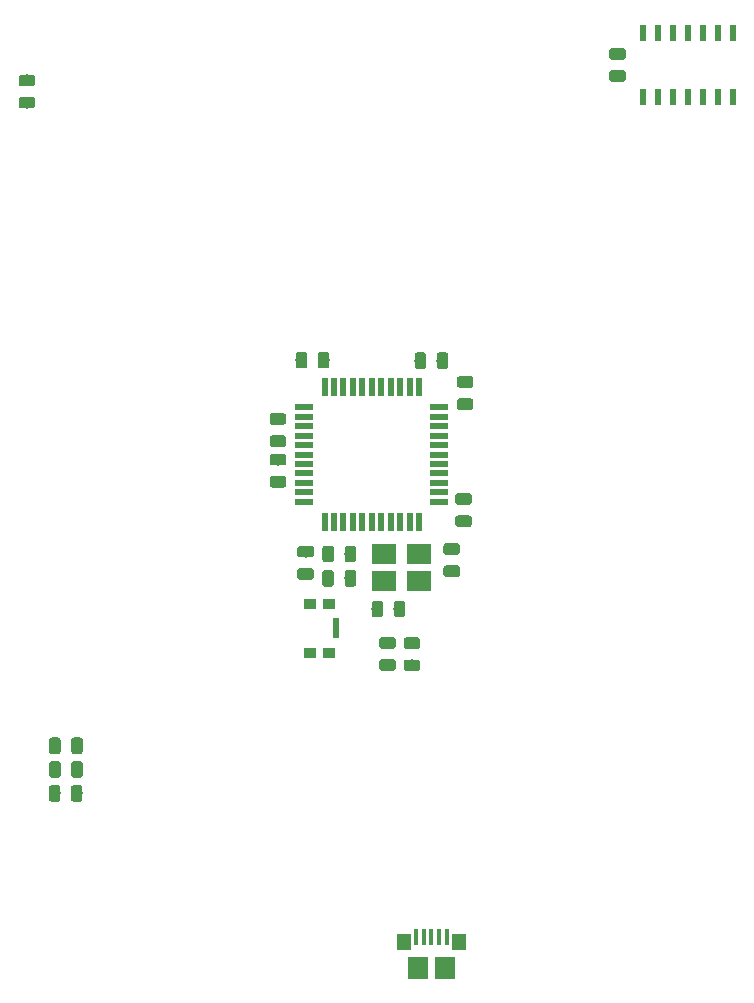
<source format=gbr>
G04 #@! TF.GenerationSoftware,KiCad,Pcbnew,(5.1.4)-1*
G04 #@! TF.CreationDate,2022-06-05T15:27:35-07:00*
G04 #@! TF.ProjectId,Birty,42697274-792e-46b6-9963-61645f706362,rev?*
G04 #@! TF.SameCoordinates,Original*
G04 #@! TF.FileFunction,Paste,Top*
G04 #@! TF.FilePolarity,Positive*
%FSLAX46Y46*%
G04 Gerber Fmt 4.6, Leading zero omitted, Abs format (unit mm)*
G04 Created by KiCad (PCBNEW (5.1.4)-1) date 2022-06-05 15:27:35*
%MOMM*%
%LPD*%
G04 APERTURE LIST*
%ADD10R,0.558800X1.460500*%
%ADD11R,0.550000X1.500000*%
%ADD12R,1.500000X0.550000*%
%ADD13C,0.100000*%
%ADD14C,0.975000*%
%ADD15R,1.150000X1.450000*%
%ADD16R,1.750000X1.900000*%
%ADD17R,0.400000X1.400000*%
%ADD18R,2.100000X1.800000*%
%ADD19R,1.000000X0.900000*%
%ADD20R,0.550000X1.700000*%
G04 APERTURE END LIST*
D10*
X87940000Y-34724150D03*
X89210000Y-34724150D03*
X90480000Y-34724150D03*
X91750000Y-34724150D03*
X93020000Y-34724150D03*
X94290000Y-34724150D03*
X95560000Y-34724150D03*
X95560000Y-29275850D03*
X94290000Y-29275850D03*
X93020000Y-29275850D03*
X91750000Y-29275850D03*
X90480000Y-29275850D03*
X89210000Y-29275850D03*
X87940000Y-29275850D03*
D11*
X60954200Y-59289400D03*
X61754200Y-59289400D03*
X62554200Y-59289400D03*
X63354200Y-59289400D03*
X64154200Y-59289400D03*
X64954200Y-59289400D03*
X65754200Y-59289400D03*
X66554200Y-59289400D03*
X67354200Y-59289400D03*
X68154200Y-59289400D03*
X68954200Y-59289400D03*
D12*
X70654200Y-60989400D03*
X70654200Y-61789400D03*
X70654200Y-62589400D03*
X70654200Y-63389400D03*
X70654200Y-64189400D03*
X70654200Y-64989400D03*
X70654200Y-65789400D03*
X70654200Y-66589400D03*
X70654200Y-67389400D03*
X70654200Y-68189400D03*
X70654200Y-68989400D03*
D11*
X68954200Y-70689400D03*
X68154200Y-70689400D03*
X67354200Y-70689400D03*
X66554200Y-70689400D03*
X65754200Y-70689400D03*
X64954200Y-70689400D03*
X64154200Y-70689400D03*
X63354200Y-70689400D03*
X62554200Y-70689400D03*
X61754200Y-70689400D03*
X60954200Y-70689400D03*
D12*
X59254200Y-68989400D03*
X59254200Y-68189400D03*
X59254200Y-67389400D03*
X59254200Y-66589400D03*
X59254200Y-65789400D03*
X59254200Y-64989400D03*
X59254200Y-64189400D03*
X59254200Y-63389400D03*
X59254200Y-62589400D03*
X59254200Y-61789400D03*
X59254200Y-60989400D03*
D13*
G36*
X38367542Y-92979574D02*
G01*
X38391203Y-92983084D01*
X38414407Y-92988896D01*
X38436929Y-92996954D01*
X38458553Y-93007182D01*
X38479070Y-93019479D01*
X38498283Y-93033729D01*
X38516007Y-93049793D01*
X38532071Y-93067517D01*
X38546321Y-93086730D01*
X38558618Y-93107247D01*
X38568846Y-93128871D01*
X38576904Y-93151393D01*
X38582716Y-93174597D01*
X38586226Y-93198258D01*
X38587400Y-93222150D01*
X38587400Y-94134650D01*
X38586226Y-94158542D01*
X38582716Y-94182203D01*
X38576904Y-94205407D01*
X38568846Y-94227929D01*
X38558618Y-94249553D01*
X38546321Y-94270070D01*
X38532071Y-94289283D01*
X38516007Y-94307007D01*
X38498283Y-94323071D01*
X38479070Y-94337321D01*
X38458553Y-94349618D01*
X38436929Y-94359846D01*
X38414407Y-94367904D01*
X38391203Y-94373716D01*
X38367542Y-94377226D01*
X38343650Y-94378400D01*
X37856150Y-94378400D01*
X37832258Y-94377226D01*
X37808597Y-94373716D01*
X37785393Y-94367904D01*
X37762871Y-94359846D01*
X37741247Y-94349618D01*
X37720730Y-94337321D01*
X37701517Y-94323071D01*
X37683793Y-94307007D01*
X37667729Y-94289283D01*
X37653479Y-94270070D01*
X37641182Y-94249553D01*
X37630954Y-94227929D01*
X37622896Y-94205407D01*
X37617084Y-94182203D01*
X37613574Y-94158542D01*
X37612400Y-94134650D01*
X37612400Y-93222150D01*
X37613574Y-93198258D01*
X37617084Y-93174597D01*
X37622896Y-93151393D01*
X37630954Y-93128871D01*
X37641182Y-93107247D01*
X37653479Y-93086730D01*
X37667729Y-93067517D01*
X37683793Y-93049793D01*
X37701517Y-93033729D01*
X37720730Y-93019479D01*
X37741247Y-93007182D01*
X37762871Y-92996954D01*
X37785393Y-92988896D01*
X37808597Y-92983084D01*
X37832258Y-92979574D01*
X37856150Y-92978400D01*
X38343650Y-92978400D01*
X38367542Y-92979574D01*
X38367542Y-92979574D01*
G37*
D14*
X38099900Y-93678400D03*
D13*
G36*
X40242542Y-92979574D02*
G01*
X40266203Y-92983084D01*
X40289407Y-92988896D01*
X40311929Y-92996954D01*
X40333553Y-93007182D01*
X40354070Y-93019479D01*
X40373283Y-93033729D01*
X40391007Y-93049793D01*
X40407071Y-93067517D01*
X40421321Y-93086730D01*
X40433618Y-93107247D01*
X40443846Y-93128871D01*
X40451904Y-93151393D01*
X40457716Y-93174597D01*
X40461226Y-93198258D01*
X40462400Y-93222150D01*
X40462400Y-94134650D01*
X40461226Y-94158542D01*
X40457716Y-94182203D01*
X40451904Y-94205407D01*
X40443846Y-94227929D01*
X40433618Y-94249553D01*
X40421321Y-94270070D01*
X40407071Y-94289283D01*
X40391007Y-94307007D01*
X40373283Y-94323071D01*
X40354070Y-94337321D01*
X40333553Y-94349618D01*
X40311929Y-94359846D01*
X40289407Y-94367904D01*
X40266203Y-94373716D01*
X40242542Y-94377226D01*
X40218650Y-94378400D01*
X39731150Y-94378400D01*
X39707258Y-94377226D01*
X39683597Y-94373716D01*
X39660393Y-94367904D01*
X39637871Y-94359846D01*
X39616247Y-94349618D01*
X39595730Y-94337321D01*
X39576517Y-94323071D01*
X39558793Y-94307007D01*
X39542729Y-94289283D01*
X39528479Y-94270070D01*
X39516182Y-94249553D01*
X39505954Y-94227929D01*
X39497896Y-94205407D01*
X39492084Y-94182203D01*
X39488574Y-94158542D01*
X39487400Y-94134650D01*
X39487400Y-93222150D01*
X39488574Y-93198258D01*
X39492084Y-93174597D01*
X39497896Y-93151393D01*
X39505954Y-93128871D01*
X39516182Y-93107247D01*
X39528479Y-93086730D01*
X39542729Y-93067517D01*
X39558793Y-93049793D01*
X39576517Y-93033729D01*
X39595730Y-93019479D01*
X39616247Y-93007182D01*
X39637871Y-92996954D01*
X39660393Y-92988896D01*
X39683597Y-92983084D01*
X39707258Y-92979574D01*
X39731150Y-92978400D01*
X40218650Y-92978400D01*
X40242542Y-92979574D01*
X40242542Y-92979574D01*
G37*
D14*
X39974900Y-93678400D03*
D13*
G36*
X36230142Y-34701174D02*
G01*
X36253803Y-34704684D01*
X36277007Y-34710496D01*
X36299529Y-34718554D01*
X36321153Y-34728782D01*
X36341670Y-34741079D01*
X36360883Y-34755329D01*
X36378607Y-34771393D01*
X36394671Y-34789117D01*
X36408921Y-34808330D01*
X36421218Y-34828847D01*
X36431446Y-34850471D01*
X36439504Y-34872993D01*
X36445316Y-34896197D01*
X36448826Y-34919858D01*
X36450000Y-34943750D01*
X36450000Y-35431250D01*
X36448826Y-35455142D01*
X36445316Y-35478803D01*
X36439504Y-35502007D01*
X36431446Y-35524529D01*
X36421218Y-35546153D01*
X36408921Y-35566670D01*
X36394671Y-35585883D01*
X36378607Y-35603607D01*
X36360883Y-35619671D01*
X36341670Y-35633921D01*
X36321153Y-35646218D01*
X36299529Y-35656446D01*
X36277007Y-35664504D01*
X36253803Y-35670316D01*
X36230142Y-35673826D01*
X36206250Y-35675000D01*
X35293750Y-35675000D01*
X35269858Y-35673826D01*
X35246197Y-35670316D01*
X35222993Y-35664504D01*
X35200471Y-35656446D01*
X35178847Y-35646218D01*
X35158330Y-35633921D01*
X35139117Y-35619671D01*
X35121393Y-35603607D01*
X35105329Y-35585883D01*
X35091079Y-35566670D01*
X35078782Y-35546153D01*
X35068554Y-35524529D01*
X35060496Y-35502007D01*
X35054684Y-35478803D01*
X35051174Y-35455142D01*
X35050000Y-35431250D01*
X35050000Y-34943750D01*
X35051174Y-34919858D01*
X35054684Y-34896197D01*
X35060496Y-34872993D01*
X35068554Y-34850471D01*
X35078782Y-34828847D01*
X35091079Y-34808330D01*
X35105329Y-34789117D01*
X35121393Y-34771393D01*
X35139117Y-34755329D01*
X35158330Y-34741079D01*
X35178847Y-34728782D01*
X35200471Y-34718554D01*
X35222993Y-34710496D01*
X35246197Y-34704684D01*
X35269858Y-34701174D01*
X35293750Y-34700000D01*
X36206250Y-34700000D01*
X36230142Y-34701174D01*
X36230142Y-34701174D01*
G37*
D14*
X35750000Y-35187500D03*
D13*
G36*
X36230142Y-32826174D02*
G01*
X36253803Y-32829684D01*
X36277007Y-32835496D01*
X36299529Y-32843554D01*
X36321153Y-32853782D01*
X36341670Y-32866079D01*
X36360883Y-32880329D01*
X36378607Y-32896393D01*
X36394671Y-32914117D01*
X36408921Y-32933330D01*
X36421218Y-32953847D01*
X36431446Y-32975471D01*
X36439504Y-32997993D01*
X36445316Y-33021197D01*
X36448826Y-33044858D01*
X36450000Y-33068750D01*
X36450000Y-33556250D01*
X36448826Y-33580142D01*
X36445316Y-33603803D01*
X36439504Y-33627007D01*
X36431446Y-33649529D01*
X36421218Y-33671153D01*
X36408921Y-33691670D01*
X36394671Y-33710883D01*
X36378607Y-33728607D01*
X36360883Y-33744671D01*
X36341670Y-33758921D01*
X36321153Y-33771218D01*
X36299529Y-33781446D01*
X36277007Y-33789504D01*
X36253803Y-33795316D01*
X36230142Y-33798826D01*
X36206250Y-33800000D01*
X35293750Y-33800000D01*
X35269858Y-33798826D01*
X35246197Y-33795316D01*
X35222993Y-33789504D01*
X35200471Y-33781446D01*
X35178847Y-33771218D01*
X35158330Y-33758921D01*
X35139117Y-33744671D01*
X35121393Y-33728607D01*
X35105329Y-33710883D01*
X35091079Y-33691670D01*
X35078782Y-33671153D01*
X35068554Y-33649529D01*
X35060496Y-33627007D01*
X35054684Y-33603803D01*
X35051174Y-33580142D01*
X35050000Y-33556250D01*
X35050000Y-33068750D01*
X35051174Y-33044858D01*
X35054684Y-33021197D01*
X35060496Y-32997993D01*
X35068554Y-32975471D01*
X35078782Y-32953847D01*
X35091079Y-32933330D01*
X35105329Y-32914117D01*
X35121393Y-32896393D01*
X35139117Y-32880329D01*
X35158330Y-32866079D01*
X35178847Y-32853782D01*
X35200471Y-32843554D01*
X35222993Y-32835496D01*
X35246197Y-32829684D01*
X35269858Y-32826174D01*
X35293750Y-32825000D01*
X36206250Y-32825000D01*
X36230142Y-32826174D01*
X36230142Y-32826174D01*
G37*
D14*
X35750000Y-33312500D03*
D15*
X67680000Y-106220000D03*
X72320000Y-106220000D03*
D16*
X68875000Y-108450000D03*
D17*
X70000000Y-105800000D03*
X70650000Y-105800000D03*
X71300000Y-105800000D03*
X68700000Y-105800000D03*
X69350000Y-105800000D03*
D16*
X71125000Y-108450000D03*
D13*
G36*
X40267942Y-88940974D02*
G01*
X40291603Y-88944484D01*
X40314807Y-88950296D01*
X40337329Y-88958354D01*
X40358953Y-88968582D01*
X40379470Y-88980879D01*
X40398683Y-88995129D01*
X40416407Y-89011193D01*
X40432471Y-89028917D01*
X40446721Y-89048130D01*
X40459018Y-89068647D01*
X40469246Y-89090271D01*
X40477304Y-89112793D01*
X40483116Y-89135997D01*
X40486626Y-89159658D01*
X40487800Y-89183550D01*
X40487800Y-90096050D01*
X40486626Y-90119942D01*
X40483116Y-90143603D01*
X40477304Y-90166807D01*
X40469246Y-90189329D01*
X40459018Y-90210953D01*
X40446721Y-90231470D01*
X40432471Y-90250683D01*
X40416407Y-90268407D01*
X40398683Y-90284471D01*
X40379470Y-90298721D01*
X40358953Y-90311018D01*
X40337329Y-90321246D01*
X40314807Y-90329304D01*
X40291603Y-90335116D01*
X40267942Y-90338626D01*
X40244050Y-90339800D01*
X39756550Y-90339800D01*
X39732658Y-90338626D01*
X39708997Y-90335116D01*
X39685793Y-90329304D01*
X39663271Y-90321246D01*
X39641647Y-90311018D01*
X39621130Y-90298721D01*
X39601917Y-90284471D01*
X39584193Y-90268407D01*
X39568129Y-90250683D01*
X39553879Y-90231470D01*
X39541582Y-90210953D01*
X39531354Y-90189329D01*
X39523296Y-90166807D01*
X39517484Y-90143603D01*
X39513974Y-90119942D01*
X39512800Y-90096050D01*
X39512800Y-89183550D01*
X39513974Y-89159658D01*
X39517484Y-89135997D01*
X39523296Y-89112793D01*
X39531354Y-89090271D01*
X39541582Y-89068647D01*
X39553879Y-89048130D01*
X39568129Y-89028917D01*
X39584193Y-89011193D01*
X39601917Y-88995129D01*
X39621130Y-88980879D01*
X39641647Y-88968582D01*
X39663271Y-88958354D01*
X39685793Y-88950296D01*
X39708997Y-88944484D01*
X39732658Y-88940974D01*
X39756550Y-88939800D01*
X40244050Y-88939800D01*
X40267942Y-88940974D01*
X40267942Y-88940974D01*
G37*
D14*
X40000300Y-89639800D03*
D13*
G36*
X38392942Y-88940974D02*
G01*
X38416603Y-88944484D01*
X38439807Y-88950296D01*
X38462329Y-88958354D01*
X38483953Y-88968582D01*
X38504470Y-88980879D01*
X38523683Y-88995129D01*
X38541407Y-89011193D01*
X38557471Y-89028917D01*
X38571721Y-89048130D01*
X38584018Y-89068647D01*
X38594246Y-89090271D01*
X38602304Y-89112793D01*
X38608116Y-89135997D01*
X38611626Y-89159658D01*
X38612800Y-89183550D01*
X38612800Y-90096050D01*
X38611626Y-90119942D01*
X38608116Y-90143603D01*
X38602304Y-90166807D01*
X38594246Y-90189329D01*
X38584018Y-90210953D01*
X38571721Y-90231470D01*
X38557471Y-90250683D01*
X38541407Y-90268407D01*
X38523683Y-90284471D01*
X38504470Y-90298721D01*
X38483953Y-90311018D01*
X38462329Y-90321246D01*
X38439807Y-90329304D01*
X38416603Y-90335116D01*
X38392942Y-90338626D01*
X38369050Y-90339800D01*
X37881550Y-90339800D01*
X37857658Y-90338626D01*
X37833997Y-90335116D01*
X37810793Y-90329304D01*
X37788271Y-90321246D01*
X37766647Y-90311018D01*
X37746130Y-90298721D01*
X37726917Y-90284471D01*
X37709193Y-90268407D01*
X37693129Y-90250683D01*
X37678879Y-90231470D01*
X37666582Y-90210953D01*
X37656354Y-90189329D01*
X37648296Y-90166807D01*
X37642484Y-90143603D01*
X37638974Y-90119942D01*
X37637800Y-90096050D01*
X37637800Y-89183550D01*
X37638974Y-89159658D01*
X37642484Y-89135997D01*
X37648296Y-89112793D01*
X37656354Y-89090271D01*
X37666582Y-89068647D01*
X37678879Y-89048130D01*
X37693129Y-89028917D01*
X37709193Y-89011193D01*
X37726917Y-88995129D01*
X37746130Y-88980879D01*
X37766647Y-88968582D01*
X37788271Y-88958354D01*
X37810793Y-88950296D01*
X37833997Y-88944484D01*
X37857658Y-88940974D01*
X37881550Y-88939800D01*
X38369050Y-88939800D01*
X38392942Y-88940974D01*
X38392942Y-88940974D01*
G37*
D14*
X38125300Y-89639800D03*
D13*
G36*
X63404642Y-74771374D02*
G01*
X63428303Y-74774884D01*
X63451507Y-74780696D01*
X63474029Y-74788754D01*
X63495653Y-74798982D01*
X63516170Y-74811279D01*
X63535383Y-74825529D01*
X63553107Y-74841593D01*
X63569171Y-74859317D01*
X63583421Y-74878530D01*
X63595718Y-74899047D01*
X63605946Y-74920671D01*
X63614004Y-74943193D01*
X63619816Y-74966397D01*
X63623326Y-74990058D01*
X63624500Y-75013950D01*
X63624500Y-75926450D01*
X63623326Y-75950342D01*
X63619816Y-75974003D01*
X63614004Y-75997207D01*
X63605946Y-76019729D01*
X63595718Y-76041353D01*
X63583421Y-76061870D01*
X63569171Y-76081083D01*
X63553107Y-76098807D01*
X63535383Y-76114871D01*
X63516170Y-76129121D01*
X63495653Y-76141418D01*
X63474029Y-76151646D01*
X63451507Y-76159704D01*
X63428303Y-76165516D01*
X63404642Y-76169026D01*
X63380750Y-76170200D01*
X62893250Y-76170200D01*
X62869358Y-76169026D01*
X62845697Y-76165516D01*
X62822493Y-76159704D01*
X62799971Y-76151646D01*
X62778347Y-76141418D01*
X62757830Y-76129121D01*
X62738617Y-76114871D01*
X62720893Y-76098807D01*
X62704829Y-76081083D01*
X62690579Y-76061870D01*
X62678282Y-76041353D01*
X62668054Y-76019729D01*
X62659996Y-75997207D01*
X62654184Y-75974003D01*
X62650674Y-75950342D01*
X62649500Y-75926450D01*
X62649500Y-75013950D01*
X62650674Y-74990058D01*
X62654184Y-74966397D01*
X62659996Y-74943193D01*
X62668054Y-74920671D01*
X62678282Y-74899047D01*
X62690579Y-74878530D01*
X62704829Y-74859317D01*
X62720893Y-74841593D01*
X62738617Y-74825529D01*
X62757830Y-74811279D01*
X62778347Y-74798982D01*
X62799971Y-74788754D01*
X62822493Y-74780696D01*
X62845697Y-74774884D01*
X62869358Y-74771374D01*
X62893250Y-74770200D01*
X63380750Y-74770200D01*
X63404642Y-74771374D01*
X63404642Y-74771374D01*
G37*
D14*
X63137000Y-75470200D03*
D13*
G36*
X61529642Y-74771374D02*
G01*
X61553303Y-74774884D01*
X61576507Y-74780696D01*
X61599029Y-74788754D01*
X61620653Y-74798982D01*
X61641170Y-74811279D01*
X61660383Y-74825529D01*
X61678107Y-74841593D01*
X61694171Y-74859317D01*
X61708421Y-74878530D01*
X61720718Y-74899047D01*
X61730946Y-74920671D01*
X61739004Y-74943193D01*
X61744816Y-74966397D01*
X61748326Y-74990058D01*
X61749500Y-75013950D01*
X61749500Y-75926450D01*
X61748326Y-75950342D01*
X61744816Y-75974003D01*
X61739004Y-75997207D01*
X61730946Y-76019729D01*
X61720718Y-76041353D01*
X61708421Y-76061870D01*
X61694171Y-76081083D01*
X61678107Y-76098807D01*
X61660383Y-76114871D01*
X61641170Y-76129121D01*
X61620653Y-76141418D01*
X61599029Y-76151646D01*
X61576507Y-76159704D01*
X61553303Y-76165516D01*
X61529642Y-76169026D01*
X61505750Y-76170200D01*
X61018250Y-76170200D01*
X60994358Y-76169026D01*
X60970697Y-76165516D01*
X60947493Y-76159704D01*
X60924971Y-76151646D01*
X60903347Y-76141418D01*
X60882830Y-76129121D01*
X60863617Y-76114871D01*
X60845893Y-76098807D01*
X60829829Y-76081083D01*
X60815579Y-76061870D01*
X60803282Y-76041353D01*
X60793054Y-76019729D01*
X60784996Y-75997207D01*
X60779184Y-75974003D01*
X60775674Y-75950342D01*
X60774500Y-75926450D01*
X60774500Y-75013950D01*
X60775674Y-74990058D01*
X60779184Y-74966397D01*
X60784996Y-74943193D01*
X60793054Y-74920671D01*
X60803282Y-74899047D01*
X60815579Y-74878530D01*
X60829829Y-74859317D01*
X60845893Y-74841593D01*
X60863617Y-74825529D01*
X60882830Y-74811279D01*
X60903347Y-74798982D01*
X60924971Y-74788754D01*
X60947493Y-74780696D01*
X60970697Y-74774884D01*
X60994358Y-74771374D01*
X61018250Y-74770200D01*
X61505750Y-74770200D01*
X61529642Y-74771374D01*
X61529642Y-74771374D01*
G37*
D14*
X61262000Y-75470200D03*
D18*
X68930400Y-75680400D03*
X66030400Y-75680400D03*
X66030400Y-73380400D03*
X68930400Y-73380400D03*
D19*
X61295400Y-81762000D03*
X59695400Y-81762000D03*
X59695400Y-77662000D03*
X61295400Y-77662000D03*
D20*
X61920400Y-79712000D03*
D13*
G36*
X38392942Y-90947574D02*
G01*
X38416603Y-90951084D01*
X38439807Y-90956896D01*
X38462329Y-90964954D01*
X38483953Y-90975182D01*
X38504470Y-90987479D01*
X38523683Y-91001729D01*
X38541407Y-91017793D01*
X38557471Y-91035517D01*
X38571721Y-91054730D01*
X38584018Y-91075247D01*
X38594246Y-91096871D01*
X38602304Y-91119393D01*
X38608116Y-91142597D01*
X38611626Y-91166258D01*
X38612800Y-91190150D01*
X38612800Y-92102650D01*
X38611626Y-92126542D01*
X38608116Y-92150203D01*
X38602304Y-92173407D01*
X38594246Y-92195929D01*
X38584018Y-92217553D01*
X38571721Y-92238070D01*
X38557471Y-92257283D01*
X38541407Y-92275007D01*
X38523683Y-92291071D01*
X38504470Y-92305321D01*
X38483953Y-92317618D01*
X38462329Y-92327846D01*
X38439807Y-92335904D01*
X38416603Y-92341716D01*
X38392942Y-92345226D01*
X38369050Y-92346400D01*
X37881550Y-92346400D01*
X37857658Y-92345226D01*
X37833997Y-92341716D01*
X37810793Y-92335904D01*
X37788271Y-92327846D01*
X37766647Y-92317618D01*
X37746130Y-92305321D01*
X37726917Y-92291071D01*
X37709193Y-92275007D01*
X37693129Y-92257283D01*
X37678879Y-92238070D01*
X37666582Y-92217553D01*
X37656354Y-92195929D01*
X37648296Y-92173407D01*
X37642484Y-92150203D01*
X37638974Y-92126542D01*
X37637800Y-92102650D01*
X37637800Y-91190150D01*
X37638974Y-91166258D01*
X37642484Y-91142597D01*
X37648296Y-91119393D01*
X37656354Y-91096871D01*
X37666582Y-91075247D01*
X37678879Y-91054730D01*
X37693129Y-91035517D01*
X37709193Y-91017793D01*
X37726917Y-91001729D01*
X37746130Y-90987479D01*
X37766647Y-90975182D01*
X37788271Y-90964954D01*
X37810793Y-90956896D01*
X37833997Y-90951084D01*
X37857658Y-90947574D01*
X37881550Y-90946400D01*
X38369050Y-90946400D01*
X38392942Y-90947574D01*
X38392942Y-90947574D01*
G37*
D14*
X38125300Y-91646400D03*
D13*
G36*
X40267942Y-90947574D02*
G01*
X40291603Y-90951084D01*
X40314807Y-90956896D01*
X40337329Y-90964954D01*
X40358953Y-90975182D01*
X40379470Y-90987479D01*
X40398683Y-91001729D01*
X40416407Y-91017793D01*
X40432471Y-91035517D01*
X40446721Y-91054730D01*
X40459018Y-91075247D01*
X40469246Y-91096871D01*
X40477304Y-91119393D01*
X40483116Y-91142597D01*
X40486626Y-91166258D01*
X40487800Y-91190150D01*
X40487800Y-92102650D01*
X40486626Y-92126542D01*
X40483116Y-92150203D01*
X40477304Y-92173407D01*
X40469246Y-92195929D01*
X40459018Y-92217553D01*
X40446721Y-92238070D01*
X40432471Y-92257283D01*
X40416407Y-92275007D01*
X40398683Y-92291071D01*
X40379470Y-92305321D01*
X40358953Y-92317618D01*
X40337329Y-92327846D01*
X40314807Y-92335904D01*
X40291603Y-92341716D01*
X40267942Y-92345226D01*
X40244050Y-92346400D01*
X39756550Y-92346400D01*
X39732658Y-92345226D01*
X39708997Y-92341716D01*
X39685793Y-92335904D01*
X39663271Y-92327846D01*
X39641647Y-92317618D01*
X39621130Y-92305321D01*
X39601917Y-92291071D01*
X39584193Y-92275007D01*
X39568129Y-92257283D01*
X39553879Y-92238070D01*
X39541582Y-92217553D01*
X39531354Y-92195929D01*
X39523296Y-92173407D01*
X39517484Y-92150203D01*
X39513974Y-92126542D01*
X39512800Y-92102650D01*
X39512800Y-91190150D01*
X39513974Y-91166258D01*
X39517484Y-91142597D01*
X39523296Y-91119393D01*
X39531354Y-91096871D01*
X39541582Y-91075247D01*
X39553879Y-91054730D01*
X39568129Y-91035517D01*
X39584193Y-91017793D01*
X39601917Y-91001729D01*
X39621130Y-90987479D01*
X39641647Y-90975182D01*
X39663271Y-90964954D01*
X39685793Y-90956896D01*
X39708997Y-90951084D01*
X39732658Y-90947574D01*
X39756550Y-90946400D01*
X40244050Y-90946400D01*
X40267942Y-90947574D01*
X40267942Y-90947574D01*
G37*
D14*
X40000300Y-91646400D03*
D13*
G36*
X73345342Y-60226474D02*
G01*
X73369003Y-60229984D01*
X73392207Y-60235796D01*
X73414729Y-60243854D01*
X73436353Y-60254082D01*
X73456870Y-60266379D01*
X73476083Y-60280629D01*
X73493807Y-60296693D01*
X73509871Y-60314417D01*
X73524121Y-60333630D01*
X73536418Y-60354147D01*
X73546646Y-60375771D01*
X73554704Y-60398293D01*
X73560516Y-60421497D01*
X73564026Y-60445158D01*
X73565200Y-60469050D01*
X73565200Y-60956550D01*
X73564026Y-60980442D01*
X73560516Y-61004103D01*
X73554704Y-61027307D01*
X73546646Y-61049829D01*
X73536418Y-61071453D01*
X73524121Y-61091970D01*
X73509871Y-61111183D01*
X73493807Y-61128907D01*
X73476083Y-61144971D01*
X73456870Y-61159221D01*
X73436353Y-61171518D01*
X73414729Y-61181746D01*
X73392207Y-61189804D01*
X73369003Y-61195616D01*
X73345342Y-61199126D01*
X73321450Y-61200300D01*
X72408950Y-61200300D01*
X72385058Y-61199126D01*
X72361397Y-61195616D01*
X72338193Y-61189804D01*
X72315671Y-61181746D01*
X72294047Y-61171518D01*
X72273530Y-61159221D01*
X72254317Y-61144971D01*
X72236593Y-61128907D01*
X72220529Y-61111183D01*
X72206279Y-61091970D01*
X72193982Y-61071453D01*
X72183754Y-61049829D01*
X72175696Y-61027307D01*
X72169884Y-61004103D01*
X72166374Y-60980442D01*
X72165200Y-60956550D01*
X72165200Y-60469050D01*
X72166374Y-60445158D01*
X72169884Y-60421497D01*
X72175696Y-60398293D01*
X72183754Y-60375771D01*
X72193982Y-60354147D01*
X72206279Y-60333630D01*
X72220529Y-60314417D01*
X72236593Y-60296693D01*
X72254317Y-60280629D01*
X72273530Y-60266379D01*
X72294047Y-60254082D01*
X72315671Y-60243854D01*
X72338193Y-60235796D01*
X72361397Y-60229984D01*
X72385058Y-60226474D01*
X72408950Y-60225300D01*
X73321450Y-60225300D01*
X73345342Y-60226474D01*
X73345342Y-60226474D01*
G37*
D14*
X72865200Y-60712800D03*
D13*
G36*
X73345342Y-58351474D02*
G01*
X73369003Y-58354984D01*
X73392207Y-58360796D01*
X73414729Y-58368854D01*
X73436353Y-58379082D01*
X73456870Y-58391379D01*
X73476083Y-58405629D01*
X73493807Y-58421693D01*
X73509871Y-58439417D01*
X73524121Y-58458630D01*
X73536418Y-58479147D01*
X73546646Y-58500771D01*
X73554704Y-58523293D01*
X73560516Y-58546497D01*
X73564026Y-58570158D01*
X73565200Y-58594050D01*
X73565200Y-59081550D01*
X73564026Y-59105442D01*
X73560516Y-59129103D01*
X73554704Y-59152307D01*
X73546646Y-59174829D01*
X73536418Y-59196453D01*
X73524121Y-59216970D01*
X73509871Y-59236183D01*
X73493807Y-59253907D01*
X73476083Y-59269971D01*
X73456870Y-59284221D01*
X73436353Y-59296518D01*
X73414729Y-59306746D01*
X73392207Y-59314804D01*
X73369003Y-59320616D01*
X73345342Y-59324126D01*
X73321450Y-59325300D01*
X72408950Y-59325300D01*
X72385058Y-59324126D01*
X72361397Y-59320616D01*
X72338193Y-59314804D01*
X72315671Y-59306746D01*
X72294047Y-59296518D01*
X72273530Y-59284221D01*
X72254317Y-59269971D01*
X72236593Y-59253907D01*
X72220529Y-59236183D01*
X72206279Y-59216970D01*
X72193982Y-59196453D01*
X72183754Y-59174829D01*
X72175696Y-59152307D01*
X72169884Y-59129103D01*
X72166374Y-59105442D01*
X72165200Y-59081550D01*
X72165200Y-58594050D01*
X72166374Y-58570158D01*
X72169884Y-58546497D01*
X72175696Y-58523293D01*
X72183754Y-58500771D01*
X72193982Y-58479147D01*
X72206279Y-58458630D01*
X72220529Y-58439417D01*
X72236593Y-58421693D01*
X72254317Y-58405629D01*
X72273530Y-58391379D01*
X72294047Y-58379082D01*
X72315671Y-58368854D01*
X72338193Y-58360796D01*
X72361397Y-58354984D01*
X72385058Y-58351474D01*
X72408950Y-58350300D01*
X73321450Y-58350300D01*
X73345342Y-58351474D01*
X73345342Y-58351474D01*
G37*
D14*
X72865200Y-58837800D03*
D13*
G36*
X59832542Y-72725574D02*
G01*
X59856203Y-72729084D01*
X59879407Y-72734896D01*
X59901929Y-72742954D01*
X59923553Y-72753182D01*
X59944070Y-72765479D01*
X59963283Y-72779729D01*
X59981007Y-72795793D01*
X59997071Y-72813517D01*
X60011321Y-72832730D01*
X60023618Y-72853247D01*
X60033846Y-72874871D01*
X60041904Y-72897393D01*
X60047716Y-72920597D01*
X60051226Y-72944258D01*
X60052400Y-72968150D01*
X60052400Y-73455650D01*
X60051226Y-73479542D01*
X60047716Y-73503203D01*
X60041904Y-73526407D01*
X60033846Y-73548929D01*
X60023618Y-73570553D01*
X60011321Y-73591070D01*
X59997071Y-73610283D01*
X59981007Y-73628007D01*
X59963283Y-73644071D01*
X59944070Y-73658321D01*
X59923553Y-73670618D01*
X59901929Y-73680846D01*
X59879407Y-73688904D01*
X59856203Y-73694716D01*
X59832542Y-73698226D01*
X59808650Y-73699400D01*
X58896150Y-73699400D01*
X58872258Y-73698226D01*
X58848597Y-73694716D01*
X58825393Y-73688904D01*
X58802871Y-73680846D01*
X58781247Y-73670618D01*
X58760730Y-73658321D01*
X58741517Y-73644071D01*
X58723793Y-73628007D01*
X58707729Y-73610283D01*
X58693479Y-73591070D01*
X58681182Y-73570553D01*
X58670954Y-73548929D01*
X58662896Y-73526407D01*
X58657084Y-73503203D01*
X58653574Y-73479542D01*
X58652400Y-73455650D01*
X58652400Y-72968150D01*
X58653574Y-72944258D01*
X58657084Y-72920597D01*
X58662896Y-72897393D01*
X58670954Y-72874871D01*
X58681182Y-72853247D01*
X58693479Y-72832730D01*
X58707729Y-72813517D01*
X58723793Y-72795793D01*
X58741517Y-72779729D01*
X58760730Y-72765479D01*
X58781247Y-72753182D01*
X58802871Y-72742954D01*
X58825393Y-72734896D01*
X58848597Y-72729084D01*
X58872258Y-72725574D01*
X58896150Y-72724400D01*
X59808650Y-72724400D01*
X59832542Y-72725574D01*
X59832542Y-72725574D01*
G37*
D14*
X59352400Y-73211900D03*
D13*
G36*
X59832542Y-74600574D02*
G01*
X59856203Y-74604084D01*
X59879407Y-74609896D01*
X59901929Y-74617954D01*
X59923553Y-74628182D01*
X59944070Y-74640479D01*
X59963283Y-74654729D01*
X59981007Y-74670793D01*
X59997071Y-74688517D01*
X60011321Y-74707730D01*
X60023618Y-74728247D01*
X60033846Y-74749871D01*
X60041904Y-74772393D01*
X60047716Y-74795597D01*
X60051226Y-74819258D01*
X60052400Y-74843150D01*
X60052400Y-75330650D01*
X60051226Y-75354542D01*
X60047716Y-75378203D01*
X60041904Y-75401407D01*
X60033846Y-75423929D01*
X60023618Y-75445553D01*
X60011321Y-75466070D01*
X59997071Y-75485283D01*
X59981007Y-75503007D01*
X59963283Y-75519071D01*
X59944070Y-75533321D01*
X59923553Y-75545618D01*
X59901929Y-75555846D01*
X59879407Y-75563904D01*
X59856203Y-75569716D01*
X59832542Y-75573226D01*
X59808650Y-75574400D01*
X58896150Y-75574400D01*
X58872258Y-75573226D01*
X58848597Y-75569716D01*
X58825393Y-75563904D01*
X58802871Y-75555846D01*
X58781247Y-75545618D01*
X58760730Y-75533321D01*
X58741517Y-75519071D01*
X58723793Y-75503007D01*
X58707729Y-75485283D01*
X58693479Y-75466070D01*
X58681182Y-75445553D01*
X58670954Y-75423929D01*
X58662896Y-75401407D01*
X58657084Y-75378203D01*
X58653574Y-75354542D01*
X58652400Y-75330650D01*
X58652400Y-74843150D01*
X58653574Y-74819258D01*
X58657084Y-74795597D01*
X58662896Y-74772393D01*
X58670954Y-74749871D01*
X58681182Y-74728247D01*
X58693479Y-74707730D01*
X58707729Y-74688517D01*
X58723793Y-74670793D01*
X58741517Y-74654729D01*
X58760730Y-74640479D01*
X58781247Y-74628182D01*
X58802871Y-74617954D01*
X58825393Y-74609896D01*
X58848597Y-74604084D01*
X58872258Y-74600574D01*
X58896150Y-74599400D01*
X59808650Y-74599400D01*
X59832542Y-74600574D01*
X59832542Y-74600574D01*
G37*
D14*
X59352400Y-75086900D03*
D13*
G36*
X66766742Y-82324474D02*
G01*
X66790403Y-82327984D01*
X66813607Y-82333796D01*
X66836129Y-82341854D01*
X66857753Y-82352082D01*
X66878270Y-82364379D01*
X66897483Y-82378629D01*
X66915207Y-82394693D01*
X66931271Y-82412417D01*
X66945521Y-82431630D01*
X66957818Y-82452147D01*
X66968046Y-82473771D01*
X66976104Y-82496293D01*
X66981916Y-82519497D01*
X66985426Y-82543158D01*
X66986600Y-82567050D01*
X66986600Y-83054550D01*
X66985426Y-83078442D01*
X66981916Y-83102103D01*
X66976104Y-83125307D01*
X66968046Y-83147829D01*
X66957818Y-83169453D01*
X66945521Y-83189970D01*
X66931271Y-83209183D01*
X66915207Y-83226907D01*
X66897483Y-83242971D01*
X66878270Y-83257221D01*
X66857753Y-83269518D01*
X66836129Y-83279746D01*
X66813607Y-83287804D01*
X66790403Y-83293616D01*
X66766742Y-83297126D01*
X66742850Y-83298300D01*
X65830350Y-83298300D01*
X65806458Y-83297126D01*
X65782797Y-83293616D01*
X65759593Y-83287804D01*
X65737071Y-83279746D01*
X65715447Y-83269518D01*
X65694930Y-83257221D01*
X65675717Y-83242971D01*
X65657993Y-83226907D01*
X65641929Y-83209183D01*
X65627679Y-83189970D01*
X65615382Y-83169453D01*
X65605154Y-83147829D01*
X65597096Y-83125307D01*
X65591284Y-83102103D01*
X65587774Y-83078442D01*
X65586600Y-83054550D01*
X65586600Y-82567050D01*
X65587774Y-82543158D01*
X65591284Y-82519497D01*
X65597096Y-82496293D01*
X65605154Y-82473771D01*
X65615382Y-82452147D01*
X65627679Y-82431630D01*
X65641929Y-82412417D01*
X65657993Y-82394693D01*
X65675717Y-82378629D01*
X65694930Y-82364379D01*
X65715447Y-82352082D01*
X65737071Y-82341854D01*
X65759593Y-82333796D01*
X65782797Y-82327984D01*
X65806458Y-82324474D01*
X65830350Y-82323300D01*
X66742850Y-82323300D01*
X66766742Y-82324474D01*
X66766742Y-82324474D01*
G37*
D14*
X66286600Y-82810800D03*
D13*
G36*
X66766742Y-80449474D02*
G01*
X66790403Y-80452984D01*
X66813607Y-80458796D01*
X66836129Y-80466854D01*
X66857753Y-80477082D01*
X66878270Y-80489379D01*
X66897483Y-80503629D01*
X66915207Y-80519693D01*
X66931271Y-80537417D01*
X66945521Y-80556630D01*
X66957818Y-80577147D01*
X66968046Y-80598771D01*
X66976104Y-80621293D01*
X66981916Y-80644497D01*
X66985426Y-80668158D01*
X66986600Y-80692050D01*
X66986600Y-81179550D01*
X66985426Y-81203442D01*
X66981916Y-81227103D01*
X66976104Y-81250307D01*
X66968046Y-81272829D01*
X66957818Y-81294453D01*
X66945521Y-81314970D01*
X66931271Y-81334183D01*
X66915207Y-81351907D01*
X66897483Y-81367971D01*
X66878270Y-81382221D01*
X66857753Y-81394518D01*
X66836129Y-81404746D01*
X66813607Y-81412804D01*
X66790403Y-81418616D01*
X66766742Y-81422126D01*
X66742850Y-81423300D01*
X65830350Y-81423300D01*
X65806458Y-81422126D01*
X65782797Y-81418616D01*
X65759593Y-81412804D01*
X65737071Y-81404746D01*
X65715447Y-81394518D01*
X65694930Y-81382221D01*
X65675717Y-81367971D01*
X65657993Y-81351907D01*
X65641929Y-81334183D01*
X65627679Y-81314970D01*
X65615382Y-81294453D01*
X65605154Y-81272829D01*
X65597096Y-81250307D01*
X65591284Y-81227103D01*
X65587774Y-81203442D01*
X65586600Y-81179550D01*
X65586600Y-80692050D01*
X65587774Y-80668158D01*
X65591284Y-80644497D01*
X65597096Y-80621293D01*
X65605154Y-80598771D01*
X65615382Y-80577147D01*
X65627679Y-80556630D01*
X65641929Y-80537417D01*
X65657993Y-80519693D01*
X65675717Y-80503629D01*
X65694930Y-80489379D01*
X65715447Y-80477082D01*
X65737071Y-80466854D01*
X65759593Y-80458796D01*
X65782797Y-80452984D01*
X65806458Y-80449474D01*
X65830350Y-80448300D01*
X66742850Y-80448300D01*
X66766742Y-80449474D01*
X66766742Y-80449474D01*
G37*
D14*
X66286600Y-80935800D03*
D13*
G36*
X68824142Y-82347574D02*
G01*
X68847803Y-82351084D01*
X68871007Y-82356896D01*
X68893529Y-82364954D01*
X68915153Y-82375182D01*
X68935670Y-82387479D01*
X68954883Y-82401729D01*
X68972607Y-82417793D01*
X68988671Y-82435517D01*
X69002921Y-82454730D01*
X69015218Y-82475247D01*
X69025446Y-82496871D01*
X69033504Y-82519393D01*
X69039316Y-82542597D01*
X69042826Y-82566258D01*
X69044000Y-82590150D01*
X69044000Y-83077650D01*
X69042826Y-83101542D01*
X69039316Y-83125203D01*
X69033504Y-83148407D01*
X69025446Y-83170929D01*
X69015218Y-83192553D01*
X69002921Y-83213070D01*
X68988671Y-83232283D01*
X68972607Y-83250007D01*
X68954883Y-83266071D01*
X68935670Y-83280321D01*
X68915153Y-83292618D01*
X68893529Y-83302846D01*
X68871007Y-83310904D01*
X68847803Y-83316716D01*
X68824142Y-83320226D01*
X68800250Y-83321400D01*
X67887750Y-83321400D01*
X67863858Y-83320226D01*
X67840197Y-83316716D01*
X67816993Y-83310904D01*
X67794471Y-83302846D01*
X67772847Y-83292618D01*
X67752330Y-83280321D01*
X67733117Y-83266071D01*
X67715393Y-83250007D01*
X67699329Y-83232283D01*
X67685079Y-83213070D01*
X67672782Y-83192553D01*
X67662554Y-83170929D01*
X67654496Y-83148407D01*
X67648684Y-83125203D01*
X67645174Y-83101542D01*
X67644000Y-83077650D01*
X67644000Y-82590150D01*
X67645174Y-82566258D01*
X67648684Y-82542597D01*
X67654496Y-82519393D01*
X67662554Y-82496871D01*
X67672782Y-82475247D01*
X67685079Y-82454730D01*
X67699329Y-82435517D01*
X67715393Y-82417793D01*
X67733117Y-82401729D01*
X67752330Y-82387479D01*
X67772847Y-82375182D01*
X67794471Y-82364954D01*
X67816993Y-82356896D01*
X67840197Y-82351084D01*
X67863858Y-82347574D01*
X67887750Y-82346400D01*
X68800250Y-82346400D01*
X68824142Y-82347574D01*
X68824142Y-82347574D01*
G37*
D14*
X68344000Y-82833900D03*
D13*
G36*
X68824142Y-80472574D02*
G01*
X68847803Y-80476084D01*
X68871007Y-80481896D01*
X68893529Y-80489954D01*
X68915153Y-80500182D01*
X68935670Y-80512479D01*
X68954883Y-80526729D01*
X68972607Y-80542793D01*
X68988671Y-80560517D01*
X69002921Y-80579730D01*
X69015218Y-80600247D01*
X69025446Y-80621871D01*
X69033504Y-80644393D01*
X69039316Y-80667597D01*
X69042826Y-80691258D01*
X69044000Y-80715150D01*
X69044000Y-81202650D01*
X69042826Y-81226542D01*
X69039316Y-81250203D01*
X69033504Y-81273407D01*
X69025446Y-81295929D01*
X69015218Y-81317553D01*
X69002921Y-81338070D01*
X68988671Y-81357283D01*
X68972607Y-81375007D01*
X68954883Y-81391071D01*
X68935670Y-81405321D01*
X68915153Y-81417618D01*
X68893529Y-81427846D01*
X68871007Y-81435904D01*
X68847803Y-81441716D01*
X68824142Y-81445226D01*
X68800250Y-81446400D01*
X67887750Y-81446400D01*
X67863858Y-81445226D01*
X67840197Y-81441716D01*
X67816993Y-81435904D01*
X67794471Y-81427846D01*
X67772847Y-81417618D01*
X67752330Y-81405321D01*
X67733117Y-81391071D01*
X67715393Y-81375007D01*
X67699329Y-81357283D01*
X67685079Y-81338070D01*
X67672782Y-81317553D01*
X67662554Y-81295929D01*
X67654496Y-81273407D01*
X67648684Y-81250203D01*
X67645174Y-81226542D01*
X67644000Y-81202650D01*
X67644000Y-80715150D01*
X67645174Y-80691258D01*
X67648684Y-80667597D01*
X67654496Y-80644393D01*
X67662554Y-80621871D01*
X67672782Y-80600247D01*
X67685079Y-80579730D01*
X67699329Y-80560517D01*
X67715393Y-80542793D01*
X67733117Y-80526729D01*
X67752330Y-80512479D01*
X67772847Y-80500182D01*
X67794471Y-80489954D01*
X67816993Y-80481896D01*
X67840197Y-80476084D01*
X67863858Y-80472574D01*
X67887750Y-80471400D01*
X68800250Y-80471400D01*
X68824142Y-80472574D01*
X68824142Y-80472574D01*
G37*
D14*
X68344000Y-80958900D03*
D13*
G36*
X86230142Y-32451174D02*
G01*
X86253803Y-32454684D01*
X86277007Y-32460496D01*
X86299529Y-32468554D01*
X86321153Y-32478782D01*
X86341670Y-32491079D01*
X86360883Y-32505329D01*
X86378607Y-32521393D01*
X86394671Y-32539117D01*
X86408921Y-32558330D01*
X86421218Y-32578847D01*
X86431446Y-32600471D01*
X86439504Y-32622993D01*
X86445316Y-32646197D01*
X86448826Y-32669858D01*
X86450000Y-32693750D01*
X86450000Y-33181250D01*
X86448826Y-33205142D01*
X86445316Y-33228803D01*
X86439504Y-33252007D01*
X86431446Y-33274529D01*
X86421218Y-33296153D01*
X86408921Y-33316670D01*
X86394671Y-33335883D01*
X86378607Y-33353607D01*
X86360883Y-33369671D01*
X86341670Y-33383921D01*
X86321153Y-33396218D01*
X86299529Y-33406446D01*
X86277007Y-33414504D01*
X86253803Y-33420316D01*
X86230142Y-33423826D01*
X86206250Y-33425000D01*
X85293750Y-33425000D01*
X85269858Y-33423826D01*
X85246197Y-33420316D01*
X85222993Y-33414504D01*
X85200471Y-33406446D01*
X85178847Y-33396218D01*
X85158330Y-33383921D01*
X85139117Y-33369671D01*
X85121393Y-33353607D01*
X85105329Y-33335883D01*
X85091079Y-33316670D01*
X85078782Y-33296153D01*
X85068554Y-33274529D01*
X85060496Y-33252007D01*
X85054684Y-33228803D01*
X85051174Y-33205142D01*
X85050000Y-33181250D01*
X85050000Y-32693750D01*
X85051174Y-32669858D01*
X85054684Y-32646197D01*
X85060496Y-32622993D01*
X85068554Y-32600471D01*
X85078782Y-32578847D01*
X85091079Y-32558330D01*
X85105329Y-32539117D01*
X85121393Y-32521393D01*
X85139117Y-32505329D01*
X85158330Y-32491079D01*
X85178847Y-32478782D01*
X85200471Y-32468554D01*
X85222993Y-32460496D01*
X85246197Y-32454684D01*
X85269858Y-32451174D01*
X85293750Y-32450000D01*
X86206250Y-32450000D01*
X86230142Y-32451174D01*
X86230142Y-32451174D01*
G37*
D14*
X85750000Y-32937500D03*
D13*
G36*
X86230142Y-30576174D02*
G01*
X86253803Y-30579684D01*
X86277007Y-30585496D01*
X86299529Y-30593554D01*
X86321153Y-30603782D01*
X86341670Y-30616079D01*
X86360883Y-30630329D01*
X86378607Y-30646393D01*
X86394671Y-30664117D01*
X86408921Y-30683330D01*
X86421218Y-30703847D01*
X86431446Y-30725471D01*
X86439504Y-30747993D01*
X86445316Y-30771197D01*
X86448826Y-30794858D01*
X86450000Y-30818750D01*
X86450000Y-31306250D01*
X86448826Y-31330142D01*
X86445316Y-31353803D01*
X86439504Y-31377007D01*
X86431446Y-31399529D01*
X86421218Y-31421153D01*
X86408921Y-31441670D01*
X86394671Y-31460883D01*
X86378607Y-31478607D01*
X86360883Y-31494671D01*
X86341670Y-31508921D01*
X86321153Y-31521218D01*
X86299529Y-31531446D01*
X86277007Y-31539504D01*
X86253803Y-31545316D01*
X86230142Y-31548826D01*
X86206250Y-31550000D01*
X85293750Y-31550000D01*
X85269858Y-31548826D01*
X85246197Y-31545316D01*
X85222993Y-31539504D01*
X85200471Y-31531446D01*
X85178847Y-31521218D01*
X85158330Y-31508921D01*
X85139117Y-31494671D01*
X85121393Y-31478607D01*
X85105329Y-31460883D01*
X85091079Y-31441670D01*
X85078782Y-31421153D01*
X85068554Y-31399529D01*
X85060496Y-31377007D01*
X85054684Y-31353803D01*
X85051174Y-31330142D01*
X85050000Y-31306250D01*
X85050000Y-30818750D01*
X85051174Y-30794858D01*
X85054684Y-30771197D01*
X85060496Y-30747993D01*
X85068554Y-30725471D01*
X85078782Y-30703847D01*
X85091079Y-30683330D01*
X85105329Y-30664117D01*
X85121393Y-30646393D01*
X85139117Y-30630329D01*
X85158330Y-30616079D01*
X85178847Y-30603782D01*
X85200471Y-30593554D01*
X85222993Y-30585496D01*
X85246197Y-30579684D01*
X85269858Y-30576174D01*
X85293750Y-30575000D01*
X86206250Y-30575000D01*
X86230142Y-30576174D01*
X86230142Y-30576174D01*
G37*
D14*
X85750000Y-31062500D03*
D13*
G36*
X57484342Y-63360574D02*
G01*
X57508003Y-63364084D01*
X57531207Y-63369896D01*
X57553729Y-63377954D01*
X57575353Y-63388182D01*
X57595870Y-63400479D01*
X57615083Y-63414729D01*
X57632807Y-63430793D01*
X57648871Y-63448517D01*
X57663121Y-63467730D01*
X57675418Y-63488247D01*
X57685646Y-63509871D01*
X57693704Y-63532393D01*
X57699516Y-63555597D01*
X57703026Y-63579258D01*
X57704200Y-63603150D01*
X57704200Y-64090650D01*
X57703026Y-64114542D01*
X57699516Y-64138203D01*
X57693704Y-64161407D01*
X57685646Y-64183929D01*
X57675418Y-64205553D01*
X57663121Y-64226070D01*
X57648871Y-64245283D01*
X57632807Y-64263007D01*
X57615083Y-64279071D01*
X57595870Y-64293321D01*
X57575353Y-64305618D01*
X57553729Y-64315846D01*
X57531207Y-64323904D01*
X57508003Y-64329716D01*
X57484342Y-64333226D01*
X57460450Y-64334400D01*
X56547950Y-64334400D01*
X56524058Y-64333226D01*
X56500397Y-64329716D01*
X56477193Y-64323904D01*
X56454671Y-64315846D01*
X56433047Y-64305618D01*
X56412530Y-64293321D01*
X56393317Y-64279071D01*
X56375593Y-64263007D01*
X56359529Y-64245283D01*
X56345279Y-64226070D01*
X56332982Y-64205553D01*
X56322754Y-64183929D01*
X56314696Y-64161407D01*
X56308884Y-64138203D01*
X56305374Y-64114542D01*
X56304200Y-64090650D01*
X56304200Y-63603150D01*
X56305374Y-63579258D01*
X56308884Y-63555597D01*
X56314696Y-63532393D01*
X56322754Y-63509871D01*
X56332982Y-63488247D01*
X56345279Y-63467730D01*
X56359529Y-63448517D01*
X56375593Y-63430793D01*
X56393317Y-63414729D01*
X56412530Y-63400479D01*
X56433047Y-63388182D01*
X56454671Y-63377954D01*
X56477193Y-63369896D01*
X56500397Y-63364084D01*
X56524058Y-63360574D01*
X56547950Y-63359400D01*
X57460450Y-63359400D01*
X57484342Y-63360574D01*
X57484342Y-63360574D01*
G37*
D14*
X57004200Y-63846900D03*
D13*
G36*
X57484342Y-61485574D02*
G01*
X57508003Y-61489084D01*
X57531207Y-61494896D01*
X57553729Y-61502954D01*
X57575353Y-61513182D01*
X57595870Y-61525479D01*
X57615083Y-61539729D01*
X57632807Y-61555793D01*
X57648871Y-61573517D01*
X57663121Y-61592730D01*
X57675418Y-61613247D01*
X57685646Y-61634871D01*
X57693704Y-61657393D01*
X57699516Y-61680597D01*
X57703026Y-61704258D01*
X57704200Y-61728150D01*
X57704200Y-62215650D01*
X57703026Y-62239542D01*
X57699516Y-62263203D01*
X57693704Y-62286407D01*
X57685646Y-62308929D01*
X57675418Y-62330553D01*
X57663121Y-62351070D01*
X57648871Y-62370283D01*
X57632807Y-62388007D01*
X57615083Y-62404071D01*
X57595870Y-62418321D01*
X57575353Y-62430618D01*
X57553729Y-62440846D01*
X57531207Y-62448904D01*
X57508003Y-62454716D01*
X57484342Y-62458226D01*
X57460450Y-62459400D01*
X56547950Y-62459400D01*
X56524058Y-62458226D01*
X56500397Y-62454716D01*
X56477193Y-62448904D01*
X56454671Y-62440846D01*
X56433047Y-62430618D01*
X56412530Y-62418321D01*
X56393317Y-62404071D01*
X56375593Y-62388007D01*
X56359529Y-62370283D01*
X56345279Y-62351070D01*
X56332982Y-62330553D01*
X56322754Y-62308929D01*
X56314696Y-62286407D01*
X56308884Y-62263203D01*
X56305374Y-62239542D01*
X56304200Y-62215650D01*
X56304200Y-61728150D01*
X56305374Y-61704258D01*
X56308884Y-61680597D01*
X56314696Y-61657393D01*
X56322754Y-61634871D01*
X56332982Y-61613247D01*
X56345279Y-61592730D01*
X56359529Y-61573517D01*
X56375593Y-61555793D01*
X56393317Y-61539729D01*
X56412530Y-61525479D01*
X56433047Y-61513182D01*
X56454671Y-61502954D01*
X56477193Y-61494896D01*
X56500397Y-61489084D01*
X56524058Y-61485574D01*
X56547950Y-61484400D01*
X57460450Y-61484400D01*
X57484342Y-61485574D01*
X57484342Y-61485574D01*
G37*
D14*
X57004200Y-61971900D03*
D13*
G36*
X63404642Y-72713974D02*
G01*
X63428303Y-72717484D01*
X63451507Y-72723296D01*
X63474029Y-72731354D01*
X63495653Y-72741582D01*
X63516170Y-72753879D01*
X63535383Y-72768129D01*
X63553107Y-72784193D01*
X63569171Y-72801917D01*
X63583421Y-72821130D01*
X63595718Y-72841647D01*
X63605946Y-72863271D01*
X63614004Y-72885793D01*
X63619816Y-72908997D01*
X63623326Y-72932658D01*
X63624500Y-72956550D01*
X63624500Y-73869050D01*
X63623326Y-73892942D01*
X63619816Y-73916603D01*
X63614004Y-73939807D01*
X63605946Y-73962329D01*
X63595718Y-73983953D01*
X63583421Y-74004470D01*
X63569171Y-74023683D01*
X63553107Y-74041407D01*
X63535383Y-74057471D01*
X63516170Y-74071721D01*
X63495653Y-74084018D01*
X63474029Y-74094246D01*
X63451507Y-74102304D01*
X63428303Y-74108116D01*
X63404642Y-74111626D01*
X63380750Y-74112800D01*
X62893250Y-74112800D01*
X62869358Y-74111626D01*
X62845697Y-74108116D01*
X62822493Y-74102304D01*
X62799971Y-74094246D01*
X62778347Y-74084018D01*
X62757830Y-74071721D01*
X62738617Y-74057471D01*
X62720893Y-74041407D01*
X62704829Y-74023683D01*
X62690579Y-74004470D01*
X62678282Y-73983953D01*
X62668054Y-73962329D01*
X62659996Y-73939807D01*
X62654184Y-73916603D01*
X62650674Y-73892942D01*
X62649500Y-73869050D01*
X62649500Y-72956550D01*
X62650674Y-72932658D01*
X62654184Y-72908997D01*
X62659996Y-72885793D01*
X62668054Y-72863271D01*
X62678282Y-72841647D01*
X62690579Y-72821130D01*
X62704829Y-72801917D01*
X62720893Y-72784193D01*
X62738617Y-72768129D01*
X62757830Y-72753879D01*
X62778347Y-72741582D01*
X62799971Y-72731354D01*
X62822493Y-72723296D01*
X62845697Y-72717484D01*
X62869358Y-72713974D01*
X62893250Y-72712800D01*
X63380750Y-72712800D01*
X63404642Y-72713974D01*
X63404642Y-72713974D01*
G37*
D14*
X63137000Y-73412800D03*
D13*
G36*
X61529642Y-72713974D02*
G01*
X61553303Y-72717484D01*
X61576507Y-72723296D01*
X61599029Y-72731354D01*
X61620653Y-72741582D01*
X61641170Y-72753879D01*
X61660383Y-72768129D01*
X61678107Y-72784193D01*
X61694171Y-72801917D01*
X61708421Y-72821130D01*
X61720718Y-72841647D01*
X61730946Y-72863271D01*
X61739004Y-72885793D01*
X61744816Y-72908997D01*
X61748326Y-72932658D01*
X61749500Y-72956550D01*
X61749500Y-73869050D01*
X61748326Y-73892942D01*
X61744816Y-73916603D01*
X61739004Y-73939807D01*
X61730946Y-73962329D01*
X61720718Y-73983953D01*
X61708421Y-74004470D01*
X61694171Y-74023683D01*
X61678107Y-74041407D01*
X61660383Y-74057471D01*
X61641170Y-74071721D01*
X61620653Y-74084018D01*
X61599029Y-74094246D01*
X61576507Y-74102304D01*
X61553303Y-74108116D01*
X61529642Y-74111626D01*
X61505750Y-74112800D01*
X61018250Y-74112800D01*
X60994358Y-74111626D01*
X60970697Y-74108116D01*
X60947493Y-74102304D01*
X60924971Y-74094246D01*
X60903347Y-74084018D01*
X60882830Y-74071721D01*
X60863617Y-74057471D01*
X60845893Y-74041407D01*
X60829829Y-74023683D01*
X60815579Y-74004470D01*
X60803282Y-73983953D01*
X60793054Y-73962329D01*
X60784996Y-73939807D01*
X60779184Y-73916603D01*
X60775674Y-73892942D01*
X60774500Y-73869050D01*
X60774500Y-72956550D01*
X60775674Y-72932658D01*
X60779184Y-72908997D01*
X60784996Y-72885793D01*
X60793054Y-72863271D01*
X60803282Y-72841647D01*
X60815579Y-72821130D01*
X60829829Y-72801917D01*
X60845893Y-72784193D01*
X60863617Y-72768129D01*
X60882830Y-72753879D01*
X60903347Y-72741582D01*
X60924971Y-72731354D01*
X60947493Y-72723296D01*
X60970697Y-72717484D01*
X60994358Y-72713974D01*
X61018250Y-72712800D01*
X61505750Y-72712800D01*
X61529642Y-72713974D01*
X61529642Y-72713974D01*
G37*
D14*
X61262000Y-73412800D03*
D13*
G36*
X73204342Y-70140574D02*
G01*
X73228003Y-70144084D01*
X73251207Y-70149896D01*
X73273729Y-70157954D01*
X73295353Y-70168182D01*
X73315870Y-70180479D01*
X73335083Y-70194729D01*
X73352807Y-70210793D01*
X73368871Y-70228517D01*
X73383121Y-70247730D01*
X73395418Y-70268247D01*
X73405646Y-70289871D01*
X73413704Y-70312393D01*
X73419516Y-70335597D01*
X73423026Y-70359258D01*
X73424200Y-70383150D01*
X73424200Y-70870650D01*
X73423026Y-70894542D01*
X73419516Y-70918203D01*
X73413704Y-70941407D01*
X73405646Y-70963929D01*
X73395418Y-70985553D01*
X73383121Y-71006070D01*
X73368871Y-71025283D01*
X73352807Y-71043007D01*
X73335083Y-71059071D01*
X73315870Y-71073321D01*
X73295353Y-71085618D01*
X73273729Y-71095846D01*
X73251207Y-71103904D01*
X73228003Y-71109716D01*
X73204342Y-71113226D01*
X73180450Y-71114400D01*
X72267950Y-71114400D01*
X72244058Y-71113226D01*
X72220397Y-71109716D01*
X72197193Y-71103904D01*
X72174671Y-71095846D01*
X72153047Y-71085618D01*
X72132530Y-71073321D01*
X72113317Y-71059071D01*
X72095593Y-71043007D01*
X72079529Y-71025283D01*
X72065279Y-71006070D01*
X72052982Y-70985553D01*
X72042754Y-70963929D01*
X72034696Y-70941407D01*
X72028884Y-70918203D01*
X72025374Y-70894542D01*
X72024200Y-70870650D01*
X72024200Y-70383150D01*
X72025374Y-70359258D01*
X72028884Y-70335597D01*
X72034696Y-70312393D01*
X72042754Y-70289871D01*
X72052982Y-70268247D01*
X72065279Y-70247730D01*
X72079529Y-70228517D01*
X72095593Y-70210793D01*
X72113317Y-70194729D01*
X72132530Y-70180479D01*
X72153047Y-70168182D01*
X72174671Y-70157954D01*
X72197193Y-70149896D01*
X72220397Y-70144084D01*
X72244058Y-70140574D01*
X72267950Y-70139400D01*
X73180450Y-70139400D01*
X73204342Y-70140574D01*
X73204342Y-70140574D01*
G37*
D14*
X72724200Y-70626900D03*
D13*
G36*
X73204342Y-68265574D02*
G01*
X73228003Y-68269084D01*
X73251207Y-68274896D01*
X73273729Y-68282954D01*
X73295353Y-68293182D01*
X73315870Y-68305479D01*
X73335083Y-68319729D01*
X73352807Y-68335793D01*
X73368871Y-68353517D01*
X73383121Y-68372730D01*
X73395418Y-68393247D01*
X73405646Y-68414871D01*
X73413704Y-68437393D01*
X73419516Y-68460597D01*
X73423026Y-68484258D01*
X73424200Y-68508150D01*
X73424200Y-68995650D01*
X73423026Y-69019542D01*
X73419516Y-69043203D01*
X73413704Y-69066407D01*
X73405646Y-69088929D01*
X73395418Y-69110553D01*
X73383121Y-69131070D01*
X73368871Y-69150283D01*
X73352807Y-69168007D01*
X73335083Y-69184071D01*
X73315870Y-69198321D01*
X73295353Y-69210618D01*
X73273729Y-69220846D01*
X73251207Y-69228904D01*
X73228003Y-69234716D01*
X73204342Y-69238226D01*
X73180450Y-69239400D01*
X72267950Y-69239400D01*
X72244058Y-69238226D01*
X72220397Y-69234716D01*
X72197193Y-69228904D01*
X72174671Y-69220846D01*
X72153047Y-69210618D01*
X72132530Y-69198321D01*
X72113317Y-69184071D01*
X72095593Y-69168007D01*
X72079529Y-69150283D01*
X72065279Y-69131070D01*
X72052982Y-69110553D01*
X72042754Y-69088929D01*
X72034696Y-69066407D01*
X72028884Y-69043203D01*
X72025374Y-69019542D01*
X72024200Y-68995650D01*
X72024200Y-68508150D01*
X72025374Y-68484258D01*
X72028884Y-68460597D01*
X72034696Y-68437393D01*
X72042754Y-68414871D01*
X72052982Y-68393247D01*
X72065279Y-68372730D01*
X72079529Y-68353517D01*
X72095593Y-68335793D01*
X72113317Y-68319729D01*
X72132530Y-68305479D01*
X72153047Y-68293182D01*
X72174671Y-68282954D01*
X72197193Y-68274896D01*
X72220397Y-68269084D01*
X72244058Y-68265574D01*
X72267950Y-68264400D01*
X73180450Y-68264400D01*
X73204342Y-68265574D01*
X73204342Y-68265574D01*
G37*
D14*
X72724200Y-68751900D03*
D13*
G36*
X69331842Y-56340574D02*
G01*
X69355503Y-56344084D01*
X69378707Y-56349896D01*
X69401229Y-56357954D01*
X69422853Y-56368182D01*
X69443370Y-56380479D01*
X69462583Y-56394729D01*
X69480307Y-56410793D01*
X69496371Y-56428517D01*
X69510621Y-56447730D01*
X69522918Y-56468247D01*
X69533146Y-56489871D01*
X69541204Y-56512393D01*
X69547016Y-56535597D01*
X69550526Y-56559258D01*
X69551700Y-56583150D01*
X69551700Y-57495650D01*
X69550526Y-57519542D01*
X69547016Y-57543203D01*
X69541204Y-57566407D01*
X69533146Y-57588929D01*
X69522918Y-57610553D01*
X69510621Y-57631070D01*
X69496371Y-57650283D01*
X69480307Y-57668007D01*
X69462583Y-57684071D01*
X69443370Y-57698321D01*
X69422853Y-57710618D01*
X69401229Y-57720846D01*
X69378707Y-57728904D01*
X69355503Y-57734716D01*
X69331842Y-57738226D01*
X69307950Y-57739400D01*
X68820450Y-57739400D01*
X68796558Y-57738226D01*
X68772897Y-57734716D01*
X68749693Y-57728904D01*
X68727171Y-57720846D01*
X68705547Y-57710618D01*
X68685030Y-57698321D01*
X68665817Y-57684071D01*
X68648093Y-57668007D01*
X68632029Y-57650283D01*
X68617779Y-57631070D01*
X68605482Y-57610553D01*
X68595254Y-57588929D01*
X68587196Y-57566407D01*
X68581384Y-57543203D01*
X68577874Y-57519542D01*
X68576700Y-57495650D01*
X68576700Y-56583150D01*
X68577874Y-56559258D01*
X68581384Y-56535597D01*
X68587196Y-56512393D01*
X68595254Y-56489871D01*
X68605482Y-56468247D01*
X68617779Y-56447730D01*
X68632029Y-56428517D01*
X68648093Y-56410793D01*
X68665817Y-56394729D01*
X68685030Y-56380479D01*
X68705547Y-56368182D01*
X68727171Y-56357954D01*
X68749693Y-56349896D01*
X68772897Y-56344084D01*
X68796558Y-56340574D01*
X68820450Y-56339400D01*
X69307950Y-56339400D01*
X69331842Y-56340574D01*
X69331842Y-56340574D01*
G37*
D14*
X69064200Y-57039400D03*
D13*
G36*
X71206842Y-56340574D02*
G01*
X71230503Y-56344084D01*
X71253707Y-56349896D01*
X71276229Y-56357954D01*
X71297853Y-56368182D01*
X71318370Y-56380479D01*
X71337583Y-56394729D01*
X71355307Y-56410793D01*
X71371371Y-56428517D01*
X71385621Y-56447730D01*
X71397918Y-56468247D01*
X71408146Y-56489871D01*
X71416204Y-56512393D01*
X71422016Y-56535597D01*
X71425526Y-56559258D01*
X71426700Y-56583150D01*
X71426700Y-57495650D01*
X71425526Y-57519542D01*
X71422016Y-57543203D01*
X71416204Y-57566407D01*
X71408146Y-57588929D01*
X71397918Y-57610553D01*
X71385621Y-57631070D01*
X71371371Y-57650283D01*
X71355307Y-57668007D01*
X71337583Y-57684071D01*
X71318370Y-57698321D01*
X71297853Y-57710618D01*
X71276229Y-57720846D01*
X71253707Y-57728904D01*
X71230503Y-57734716D01*
X71206842Y-57738226D01*
X71182950Y-57739400D01*
X70695450Y-57739400D01*
X70671558Y-57738226D01*
X70647897Y-57734716D01*
X70624693Y-57728904D01*
X70602171Y-57720846D01*
X70580547Y-57710618D01*
X70560030Y-57698321D01*
X70540817Y-57684071D01*
X70523093Y-57668007D01*
X70507029Y-57650283D01*
X70492779Y-57631070D01*
X70480482Y-57610553D01*
X70470254Y-57588929D01*
X70462196Y-57566407D01*
X70456384Y-57543203D01*
X70452874Y-57519542D01*
X70451700Y-57495650D01*
X70451700Y-56583150D01*
X70452874Y-56559258D01*
X70456384Y-56535597D01*
X70462196Y-56512393D01*
X70470254Y-56489871D01*
X70480482Y-56468247D01*
X70492779Y-56447730D01*
X70507029Y-56428517D01*
X70523093Y-56410793D01*
X70540817Y-56394729D01*
X70560030Y-56380479D01*
X70580547Y-56368182D01*
X70602171Y-56357954D01*
X70624693Y-56349896D01*
X70647897Y-56344084D01*
X70671558Y-56340574D01*
X70695450Y-56339400D01*
X71182950Y-56339400D01*
X71206842Y-56340574D01*
X71206842Y-56340574D01*
G37*
D14*
X70939200Y-57039400D03*
D13*
G36*
X61139342Y-56300574D02*
G01*
X61163003Y-56304084D01*
X61186207Y-56309896D01*
X61208729Y-56317954D01*
X61230353Y-56328182D01*
X61250870Y-56340479D01*
X61270083Y-56354729D01*
X61287807Y-56370793D01*
X61303871Y-56388517D01*
X61318121Y-56407730D01*
X61330418Y-56428247D01*
X61340646Y-56449871D01*
X61348704Y-56472393D01*
X61354516Y-56495597D01*
X61358026Y-56519258D01*
X61359200Y-56543150D01*
X61359200Y-57455650D01*
X61358026Y-57479542D01*
X61354516Y-57503203D01*
X61348704Y-57526407D01*
X61340646Y-57548929D01*
X61330418Y-57570553D01*
X61318121Y-57591070D01*
X61303871Y-57610283D01*
X61287807Y-57628007D01*
X61270083Y-57644071D01*
X61250870Y-57658321D01*
X61230353Y-57670618D01*
X61208729Y-57680846D01*
X61186207Y-57688904D01*
X61163003Y-57694716D01*
X61139342Y-57698226D01*
X61115450Y-57699400D01*
X60627950Y-57699400D01*
X60604058Y-57698226D01*
X60580397Y-57694716D01*
X60557193Y-57688904D01*
X60534671Y-57680846D01*
X60513047Y-57670618D01*
X60492530Y-57658321D01*
X60473317Y-57644071D01*
X60455593Y-57628007D01*
X60439529Y-57610283D01*
X60425279Y-57591070D01*
X60412982Y-57570553D01*
X60402754Y-57548929D01*
X60394696Y-57526407D01*
X60388884Y-57503203D01*
X60385374Y-57479542D01*
X60384200Y-57455650D01*
X60384200Y-56543150D01*
X60385374Y-56519258D01*
X60388884Y-56495597D01*
X60394696Y-56472393D01*
X60402754Y-56449871D01*
X60412982Y-56428247D01*
X60425279Y-56407730D01*
X60439529Y-56388517D01*
X60455593Y-56370793D01*
X60473317Y-56354729D01*
X60492530Y-56340479D01*
X60513047Y-56328182D01*
X60534671Y-56317954D01*
X60557193Y-56309896D01*
X60580397Y-56304084D01*
X60604058Y-56300574D01*
X60627950Y-56299400D01*
X61115450Y-56299400D01*
X61139342Y-56300574D01*
X61139342Y-56300574D01*
G37*
D14*
X60871700Y-56999400D03*
D13*
G36*
X59264342Y-56300574D02*
G01*
X59288003Y-56304084D01*
X59311207Y-56309896D01*
X59333729Y-56317954D01*
X59355353Y-56328182D01*
X59375870Y-56340479D01*
X59395083Y-56354729D01*
X59412807Y-56370793D01*
X59428871Y-56388517D01*
X59443121Y-56407730D01*
X59455418Y-56428247D01*
X59465646Y-56449871D01*
X59473704Y-56472393D01*
X59479516Y-56495597D01*
X59483026Y-56519258D01*
X59484200Y-56543150D01*
X59484200Y-57455650D01*
X59483026Y-57479542D01*
X59479516Y-57503203D01*
X59473704Y-57526407D01*
X59465646Y-57548929D01*
X59455418Y-57570553D01*
X59443121Y-57591070D01*
X59428871Y-57610283D01*
X59412807Y-57628007D01*
X59395083Y-57644071D01*
X59375870Y-57658321D01*
X59355353Y-57670618D01*
X59333729Y-57680846D01*
X59311207Y-57688904D01*
X59288003Y-57694716D01*
X59264342Y-57698226D01*
X59240450Y-57699400D01*
X58752950Y-57699400D01*
X58729058Y-57698226D01*
X58705397Y-57694716D01*
X58682193Y-57688904D01*
X58659671Y-57680846D01*
X58638047Y-57670618D01*
X58617530Y-57658321D01*
X58598317Y-57644071D01*
X58580593Y-57628007D01*
X58564529Y-57610283D01*
X58550279Y-57591070D01*
X58537982Y-57570553D01*
X58527754Y-57548929D01*
X58519696Y-57526407D01*
X58513884Y-57503203D01*
X58510374Y-57479542D01*
X58509200Y-57455650D01*
X58509200Y-56543150D01*
X58510374Y-56519258D01*
X58513884Y-56495597D01*
X58519696Y-56472393D01*
X58527754Y-56449871D01*
X58537982Y-56428247D01*
X58550279Y-56407730D01*
X58564529Y-56388517D01*
X58580593Y-56370793D01*
X58598317Y-56354729D01*
X58617530Y-56340479D01*
X58638047Y-56328182D01*
X58659671Y-56317954D01*
X58682193Y-56309896D01*
X58705397Y-56304084D01*
X58729058Y-56300574D01*
X58752950Y-56299400D01*
X59240450Y-56299400D01*
X59264342Y-56300574D01*
X59264342Y-56300574D01*
G37*
D14*
X58996700Y-56999400D03*
D13*
G36*
X57495742Y-64927774D02*
G01*
X57519403Y-64931284D01*
X57542607Y-64937096D01*
X57565129Y-64945154D01*
X57586753Y-64955382D01*
X57607270Y-64967679D01*
X57626483Y-64981929D01*
X57644207Y-64997993D01*
X57660271Y-65015717D01*
X57674521Y-65034930D01*
X57686818Y-65055447D01*
X57697046Y-65077071D01*
X57705104Y-65099593D01*
X57710916Y-65122797D01*
X57714426Y-65146458D01*
X57715600Y-65170350D01*
X57715600Y-65657850D01*
X57714426Y-65681742D01*
X57710916Y-65705403D01*
X57705104Y-65728607D01*
X57697046Y-65751129D01*
X57686818Y-65772753D01*
X57674521Y-65793270D01*
X57660271Y-65812483D01*
X57644207Y-65830207D01*
X57626483Y-65846271D01*
X57607270Y-65860521D01*
X57586753Y-65872818D01*
X57565129Y-65883046D01*
X57542607Y-65891104D01*
X57519403Y-65896916D01*
X57495742Y-65900426D01*
X57471850Y-65901600D01*
X56559350Y-65901600D01*
X56535458Y-65900426D01*
X56511797Y-65896916D01*
X56488593Y-65891104D01*
X56466071Y-65883046D01*
X56444447Y-65872818D01*
X56423930Y-65860521D01*
X56404717Y-65846271D01*
X56386993Y-65830207D01*
X56370929Y-65812483D01*
X56356679Y-65793270D01*
X56344382Y-65772753D01*
X56334154Y-65751129D01*
X56326096Y-65728607D01*
X56320284Y-65705403D01*
X56316774Y-65681742D01*
X56315600Y-65657850D01*
X56315600Y-65170350D01*
X56316774Y-65146458D01*
X56320284Y-65122797D01*
X56326096Y-65099593D01*
X56334154Y-65077071D01*
X56344382Y-65055447D01*
X56356679Y-65034930D01*
X56370929Y-65015717D01*
X56386993Y-64997993D01*
X56404717Y-64981929D01*
X56423930Y-64967679D01*
X56444447Y-64955382D01*
X56466071Y-64945154D01*
X56488593Y-64937096D01*
X56511797Y-64931284D01*
X56535458Y-64927774D01*
X56559350Y-64926600D01*
X57471850Y-64926600D01*
X57495742Y-64927774D01*
X57495742Y-64927774D01*
G37*
D14*
X57015600Y-65414100D03*
D13*
G36*
X57495742Y-66802774D02*
G01*
X57519403Y-66806284D01*
X57542607Y-66812096D01*
X57565129Y-66820154D01*
X57586753Y-66830382D01*
X57607270Y-66842679D01*
X57626483Y-66856929D01*
X57644207Y-66872993D01*
X57660271Y-66890717D01*
X57674521Y-66909930D01*
X57686818Y-66930447D01*
X57697046Y-66952071D01*
X57705104Y-66974593D01*
X57710916Y-66997797D01*
X57714426Y-67021458D01*
X57715600Y-67045350D01*
X57715600Y-67532850D01*
X57714426Y-67556742D01*
X57710916Y-67580403D01*
X57705104Y-67603607D01*
X57697046Y-67626129D01*
X57686818Y-67647753D01*
X57674521Y-67668270D01*
X57660271Y-67687483D01*
X57644207Y-67705207D01*
X57626483Y-67721271D01*
X57607270Y-67735521D01*
X57586753Y-67747818D01*
X57565129Y-67758046D01*
X57542607Y-67766104D01*
X57519403Y-67771916D01*
X57495742Y-67775426D01*
X57471850Y-67776600D01*
X56559350Y-67776600D01*
X56535458Y-67775426D01*
X56511797Y-67771916D01*
X56488593Y-67766104D01*
X56466071Y-67758046D01*
X56444447Y-67747818D01*
X56423930Y-67735521D01*
X56404717Y-67721271D01*
X56386993Y-67705207D01*
X56370929Y-67687483D01*
X56356679Y-67668270D01*
X56344382Y-67647753D01*
X56334154Y-67626129D01*
X56326096Y-67603607D01*
X56320284Y-67580403D01*
X56316774Y-67556742D01*
X56315600Y-67532850D01*
X56315600Y-67045350D01*
X56316774Y-67021458D01*
X56320284Y-66997797D01*
X56326096Y-66974593D01*
X56334154Y-66952071D01*
X56344382Y-66930447D01*
X56356679Y-66909930D01*
X56370929Y-66890717D01*
X56386993Y-66872993D01*
X56404717Y-66856929D01*
X56423930Y-66842679D01*
X56444447Y-66830382D01*
X56466071Y-66820154D01*
X56488593Y-66812096D01*
X56511797Y-66806284D01*
X56535458Y-66802774D01*
X56559350Y-66801600D01*
X57471850Y-66801600D01*
X57495742Y-66802774D01*
X57495742Y-66802774D01*
G37*
D14*
X57015600Y-67289100D03*
D13*
G36*
X72202342Y-74371974D02*
G01*
X72226003Y-74375484D01*
X72249207Y-74381296D01*
X72271729Y-74389354D01*
X72293353Y-74399582D01*
X72313870Y-74411879D01*
X72333083Y-74426129D01*
X72350807Y-74442193D01*
X72366871Y-74459917D01*
X72381121Y-74479130D01*
X72393418Y-74499647D01*
X72403646Y-74521271D01*
X72411704Y-74543793D01*
X72417516Y-74566997D01*
X72421026Y-74590658D01*
X72422200Y-74614550D01*
X72422200Y-75102050D01*
X72421026Y-75125942D01*
X72417516Y-75149603D01*
X72411704Y-75172807D01*
X72403646Y-75195329D01*
X72393418Y-75216953D01*
X72381121Y-75237470D01*
X72366871Y-75256683D01*
X72350807Y-75274407D01*
X72333083Y-75290471D01*
X72313870Y-75304721D01*
X72293353Y-75317018D01*
X72271729Y-75327246D01*
X72249207Y-75335304D01*
X72226003Y-75341116D01*
X72202342Y-75344626D01*
X72178450Y-75345800D01*
X71265950Y-75345800D01*
X71242058Y-75344626D01*
X71218397Y-75341116D01*
X71195193Y-75335304D01*
X71172671Y-75327246D01*
X71151047Y-75317018D01*
X71130530Y-75304721D01*
X71111317Y-75290471D01*
X71093593Y-75274407D01*
X71077529Y-75256683D01*
X71063279Y-75237470D01*
X71050982Y-75216953D01*
X71040754Y-75195329D01*
X71032696Y-75172807D01*
X71026884Y-75149603D01*
X71023374Y-75125942D01*
X71022200Y-75102050D01*
X71022200Y-74614550D01*
X71023374Y-74590658D01*
X71026884Y-74566997D01*
X71032696Y-74543793D01*
X71040754Y-74521271D01*
X71050982Y-74499647D01*
X71063279Y-74479130D01*
X71077529Y-74459917D01*
X71093593Y-74442193D01*
X71111317Y-74426129D01*
X71130530Y-74411879D01*
X71151047Y-74399582D01*
X71172671Y-74389354D01*
X71195193Y-74381296D01*
X71218397Y-74375484D01*
X71242058Y-74371974D01*
X71265950Y-74370800D01*
X72178450Y-74370800D01*
X72202342Y-74371974D01*
X72202342Y-74371974D01*
G37*
D14*
X71722200Y-74858300D03*
D13*
G36*
X72202342Y-72496974D02*
G01*
X72226003Y-72500484D01*
X72249207Y-72506296D01*
X72271729Y-72514354D01*
X72293353Y-72524582D01*
X72313870Y-72536879D01*
X72333083Y-72551129D01*
X72350807Y-72567193D01*
X72366871Y-72584917D01*
X72381121Y-72604130D01*
X72393418Y-72624647D01*
X72403646Y-72646271D01*
X72411704Y-72668793D01*
X72417516Y-72691997D01*
X72421026Y-72715658D01*
X72422200Y-72739550D01*
X72422200Y-73227050D01*
X72421026Y-73250942D01*
X72417516Y-73274603D01*
X72411704Y-73297807D01*
X72403646Y-73320329D01*
X72393418Y-73341953D01*
X72381121Y-73362470D01*
X72366871Y-73381683D01*
X72350807Y-73399407D01*
X72333083Y-73415471D01*
X72313870Y-73429721D01*
X72293353Y-73442018D01*
X72271729Y-73452246D01*
X72249207Y-73460304D01*
X72226003Y-73466116D01*
X72202342Y-73469626D01*
X72178450Y-73470800D01*
X71265950Y-73470800D01*
X71242058Y-73469626D01*
X71218397Y-73466116D01*
X71195193Y-73460304D01*
X71172671Y-73452246D01*
X71151047Y-73442018D01*
X71130530Y-73429721D01*
X71111317Y-73415471D01*
X71093593Y-73399407D01*
X71077529Y-73381683D01*
X71063279Y-73362470D01*
X71050982Y-73341953D01*
X71040754Y-73320329D01*
X71032696Y-73297807D01*
X71026884Y-73274603D01*
X71023374Y-73250942D01*
X71022200Y-73227050D01*
X71022200Y-72739550D01*
X71023374Y-72715658D01*
X71026884Y-72691997D01*
X71032696Y-72668793D01*
X71040754Y-72646271D01*
X71050982Y-72624647D01*
X71063279Y-72604130D01*
X71077529Y-72584917D01*
X71093593Y-72567193D01*
X71111317Y-72551129D01*
X71130530Y-72536879D01*
X71151047Y-72524582D01*
X71172671Y-72514354D01*
X71195193Y-72506296D01*
X71218397Y-72500484D01*
X71242058Y-72496974D01*
X71265950Y-72495800D01*
X72178450Y-72495800D01*
X72202342Y-72496974D01*
X72202342Y-72496974D01*
G37*
D14*
X71722200Y-72983300D03*
D13*
G36*
X65695242Y-77362174D02*
G01*
X65718903Y-77365684D01*
X65742107Y-77371496D01*
X65764629Y-77379554D01*
X65786253Y-77389782D01*
X65806770Y-77402079D01*
X65825983Y-77416329D01*
X65843707Y-77432393D01*
X65859771Y-77450117D01*
X65874021Y-77469330D01*
X65886318Y-77489847D01*
X65896546Y-77511471D01*
X65904604Y-77533993D01*
X65910416Y-77557197D01*
X65913926Y-77580858D01*
X65915100Y-77604750D01*
X65915100Y-78517250D01*
X65913926Y-78541142D01*
X65910416Y-78564803D01*
X65904604Y-78588007D01*
X65896546Y-78610529D01*
X65886318Y-78632153D01*
X65874021Y-78652670D01*
X65859771Y-78671883D01*
X65843707Y-78689607D01*
X65825983Y-78705671D01*
X65806770Y-78719921D01*
X65786253Y-78732218D01*
X65764629Y-78742446D01*
X65742107Y-78750504D01*
X65718903Y-78756316D01*
X65695242Y-78759826D01*
X65671350Y-78761000D01*
X65183850Y-78761000D01*
X65159958Y-78759826D01*
X65136297Y-78756316D01*
X65113093Y-78750504D01*
X65090571Y-78742446D01*
X65068947Y-78732218D01*
X65048430Y-78719921D01*
X65029217Y-78705671D01*
X65011493Y-78689607D01*
X64995429Y-78671883D01*
X64981179Y-78652670D01*
X64968882Y-78632153D01*
X64958654Y-78610529D01*
X64950596Y-78588007D01*
X64944784Y-78564803D01*
X64941274Y-78541142D01*
X64940100Y-78517250D01*
X64940100Y-77604750D01*
X64941274Y-77580858D01*
X64944784Y-77557197D01*
X64950596Y-77533993D01*
X64958654Y-77511471D01*
X64968882Y-77489847D01*
X64981179Y-77469330D01*
X64995429Y-77450117D01*
X65011493Y-77432393D01*
X65029217Y-77416329D01*
X65048430Y-77402079D01*
X65068947Y-77389782D01*
X65090571Y-77379554D01*
X65113093Y-77371496D01*
X65136297Y-77365684D01*
X65159958Y-77362174D01*
X65183850Y-77361000D01*
X65671350Y-77361000D01*
X65695242Y-77362174D01*
X65695242Y-77362174D01*
G37*
D14*
X65427600Y-78061000D03*
D13*
G36*
X67570242Y-77362174D02*
G01*
X67593903Y-77365684D01*
X67617107Y-77371496D01*
X67639629Y-77379554D01*
X67661253Y-77389782D01*
X67681770Y-77402079D01*
X67700983Y-77416329D01*
X67718707Y-77432393D01*
X67734771Y-77450117D01*
X67749021Y-77469330D01*
X67761318Y-77489847D01*
X67771546Y-77511471D01*
X67779604Y-77533993D01*
X67785416Y-77557197D01*
X67788926Y-77580858D01*
X67790100Y-77604750D01*
X67790100Y-78517250D01*
X67788926Y-78541142D01*
X67785416Y-78564803D01*
X67779604Y-78588007D01*
X67771546Y-78610529D01*
X67761318Y-78632153D01*
X67749021Y-78652670D01*
X67734771Y-78671883D01*
X67718707Y-78689607D01*
X67700983Y-78705671D01*
X67681770Y-78719921D01*
X67661253Y-78732218D01*
X67639629Y-78742446D01*
X67617107Y-78750504D01*
X67593903Y-78756316D01*
X67570242Y-78759826D01*
X67546350Y-78761000D01*
X67058850Y-78761000D01*
X67034958Y-78759826D01*
X67011297Y-78756316D01*
X66988093Y-78750504D01*
X66965571Y-78742446D01*
X66943947Y-78732218D01*
X66923430Y-78719921D01*
X66904217Y-78705671D01*
X66886493Y-78689607D01*
X66870429Y-78671883D01*
X66856179Y-78652670D01*
X66843882Y-78632153D01*
X66833654Y-78610529D01*
X66825596Y-78588007D01*
X66819784Y-78564803D01*
X66816274Y-78541142D01*
X66815100Y-78517250D01*
X66815100Y-77604750D01*
X66816274Y-77580858D01*
X66819784Y-77557197D01*
X66825596Y-77533993D01*
X66833654Y-77511471D01*
X66843882Y-77489847D01*
X66856179Y-77469330D01*
X66870429Y-77450117D01*
X66886493Y-77432393D01*
X66904217Y-77416329D01*
X66923430Y-77402079D01*
X66943947Y-77389782D01*
X66965571Y-77379554D01*
X66988093Y-77371496D01*
X67011297Y-77365684D01*
X67034958Y-77362174D01*
X67058850Y-77361000D01*
X67546350Y-77361000D01*
X67570242Y-77362174D01*
X67570242Y-77362174D01*
G37*
D14*
X67302600Y-78061000D03*
M02*

</source>
